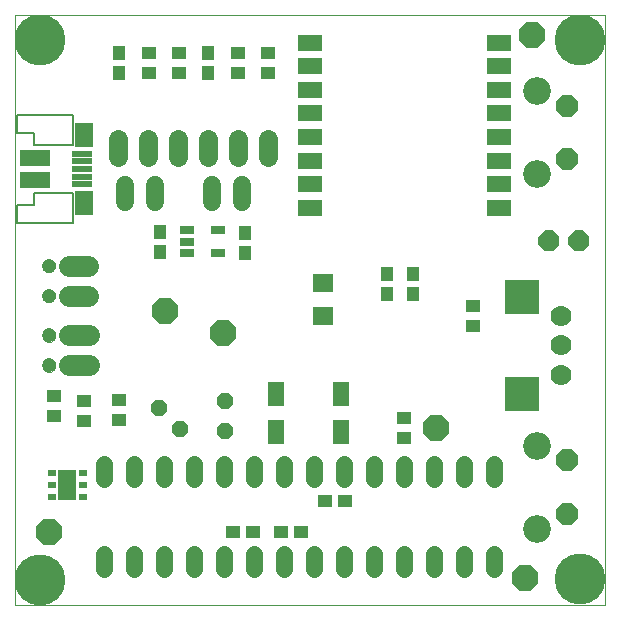
<source format=gbs>
G75*
%MOIN*%
%OFA0B0*%
%FSLAX24Y24*%
%IPPOS*%
%LPD*%
%AMOC8*
5,1,8,0,0,1.08239X$1,22.5*
%
%ADD10C,0.0000*%
%ADD11R,0.0670X0.0591*%
%ADD12R,0.0434X0.0473*%
%ADD13R,0.0473X0.0434*%
%ADD14R,0.0512X0.0257*%
%ADD15C,0.0560*%
%ADD16R,0.0552X0.0788*%
%ADD17R,0.0713X0.0197*%
%ADD18R,0.0615X0.0827*%
%ADD19R,0.1024X0.0581*%
%ADD20C,0.0050*%
%ADD21C,0.0600*%
%ADD22OC8,0.0700*%
%ADD23OC8,0.0890*%
%ADD24OC8,0.0740*%
%ADD25C,0.0925*%
%ADD26C,0.0700*%
%ADD27R,0.1142X0.1142*%
%ADD28C,0.0640*%
%ADD29C,0.0690*%
%ADD30C,0.0473*%
%ADD31OC8,0.0560*%
%ADD32R,0.0276X0.0197*%
%ADD33R,0.0631X0.0985*%
%ADD34R,0.0827X0.0552*%
%ADD35C,0.1700*%
D10*
X000350Y000350D02*
X000350Y020035D01*
X020035Y020035D01*
X020035Y000350D01*
X000350Y000350D01*
X001267Y008344D02*
X001269Y008373D01*
X001275Y008401D01*
X001284Y008429D01*
X001297Y008455D01*
X001314Y008478D01*
X001333Y008500D01*
X001355Y008519D01*
X001380Y008534D01*
X001406Y008547D01*
X001434Y008555D01*
X001462Y008560D01*
X001491Y008561D01*
X001520Y008558D01*
X001548Y008551D01*
X001575Y008541D01*
X001601Y008527D01*
X001624Y008510D01*
X001645Y008490D01*
X001663Y008467D01*
X001678Y008442D01*
X001689Y008415D01*
X001697Y008387D01*
X001701Y008358D01*
X001701Y008330D01*
X001697Y008301D01*
X001689Y008273D01*
X001678Y008246D01*
X001663Y008221D01*
X001645Y008198D01*
X001624Y008178D01*
X001601Y008161D01*
X001575Y008147D01*
X001548Y008137D01*
X001520Y008130D01*
X001491Y008127D01*
X001462Y008128D01*
X001434Y008133D01*
X001406Y008141D01*
X001380Y008154D01*
X001355Y008169D01*
X001333Y008188D01*
X001314Y008210D01*
X001297Y008233D01*
X001284Y008259D01*
X001275Y008287D01*
X001269Y008315D01*
X001267Y008344D01*
X001267Y009344D02*
X001269Y009373D01*
X001275Y009401D01*
X001284Y009429D01*
X001297Y009455D01*
X001314Y009478D01*
X001333Y009500D01*
X001355Y009519D01*
X001380Y009534D01*
X001406Y009547D01*
X001434Y009555D01*
X001462Y009560D01*
X001491Y009561D01*
X001520Y009558D01*
X001548Y009551D01*
X001575Y009541D01*
X001601Y009527D01*
X001624Y009510D01*
X001645Y009490D01*
X001663Y009467D01*
X001678Y009442D01*
X001689Y009415D01*
X001697Y009387D01*
X001701Y009358D01*
X001701Y009330D01*
X001697Y009301D01*
X001689Y009273D01*
X001678Y009246D01*
X001663Y009221D01*
X001645Y009198D01*
X001624Y009178D01*
X001601Y009161D01*
X001575Y009147D01*
X001548Y009137D01*
X001520Y009130D01*
X001491Y009127D01*
X001462Y009128D01*
X001434Y009133D01*
X001406Y009141D01*
X001380Y009154D01*
X001355Y009169D01*
X001333Y009188D01*
X001314Y009210D01*
X001297Y009233D01*
X001284Y009259D01*
X001275Y009287D01*
X001269Y009315D01*
X001267Y009344D01*
X001259Y010670D02*
X001261Y010699D01*
X001267Y010727D01*
X001276Y010755D01*
X001289Y010781D01*
X001306Y010804D01*
X001325Y010826D01*
X001347Y010845D01*
X001372Y010860D01*
X001398Y010873D01*
X001426Y010881D01*
X001454Y010886D01*
X001483Y010887D01*
X001512Y010884D01*
X001540Y010877D01*
X001567Y010867D01*
X001593Y010853D01*
X001616Y010836D01*
X001637Y010816D01*
X001655Y010793D01*
X001670Y010768D01*
X001681Y010741D01*
X001689Y010713D01*
X001693Y010684D01*
X001693Y010656D01*
X001689Y010627D01*
X001681Y010599D01*
X001670Y010572D01*
X001655Y010547D01*
X001637Y010524D01*
X001616Y010504D01*
X001593Y010487D01*
X001567Y010473D01*
X001540Y010463D01*
X001512Y010456D01*
X001483Y010453D01*
X001454Y010454D01*
X001426Y010459D01*
X001398Y010467D01*
X001372Y010480D01*
X001347Y010495D01*
X001325Y010514D01*
X001306Y010536D01*
X001289Y010559D01*
X001276Y010585D01*
X001267Y010613D01*
X001261Y010641D01*
X001259Y010670D01*
X001259Y011670D02*
X001261Y011699D01*
X001267Y011727D01*
X001276Y011755D01*
X001289Y011781D01*
X001306Y011804D01*
X001325Y011826D01*
X001347Y011845D01*
X001372Y011860D01*
X001398Y011873D01*
X001426Y011881D01*
X001454Y011886D01*
X001483Y011887D01*
X001512Y011884D01*
X001540Y011877D01*
X001567Y011867D01*
X001593Y011853D01*
X001616Y011836D01*
X001637Y011816D01*
X001655Y011793D01*
X001670Y011768D01*
X001681Y011741D01*
X001689Y011713D01*
X001693Y011684D01*
X001693Y011656D01*
X001689Y011627D01*
X001681Y011599D01*
X001670Y011572D01*
X001655Y011547D01*
X001637Y011524D01*
X001616Y011504D01*
X001593Y011487D01*
X001567Y011473D01*
X001540Y011463D01*
X001512Y011456D01*
X001483Y011453D01*
X001454Y011454D01*
X001426Y011459D01*
X001398Y011467D01*
X001372Y011480D01*
X001347Y011495D01*
X001325Y011514D01*
X001306Y011536D01*
X001289Y011559D01*
X001276Y011585D01*
X001267Y011613D01*
X001261Y011641D01*
X001259Y011670D01*
D11*
X010635Y011106D03*
X010635Y010003D03*
D12*
X012755Y010712D03*
X012755Y011381D03*
X013618Y011377D03*
X013618Y010708D03*
X008032Y012093D03*
X008032Y012762D03*
X005179Y012786D03*
X005179Y012117D03*
X003814Y018089D03*
X003814Y018758D03*
X006789Y018758D03*
X006789Y018089D03*
D13*
X007787Y018089D03*
X008807Y018089D03*
X008807Y018758D03*
X007787Y018758D03*
X005812Y018758D03*
X004812Y018758D03*
X004812Y018089D03*
X005812Y018089D03*
X015613Y010319D03*
X015613Y009650D03*
X013327Y006585D03*
X013327Y005916D03*
X011372Y003824D03*
X010703Y003824D03*
X009905Y002795D03*
X009236Y002795D03*
X008277Y002805D03*
X007608Y002805D03*
X003812Y006508D03*
X002669Y006501D03*
X001656Y006643D03*
X001656Y007312D03*
X002669Y007170D03*
X003812Y007177D03*
D14*
X006095Y012096D03*
X006095Y012470D03*
X006095Y012844D03*
X007119Y012844D03*
X007119Y012096D03*
D15*
X007317Y005065D02*
X007317Y004545D01*
X006317Y004545D02*
X006317Y005065D01*
X005317Y005065D02*
X005317Y004545D01*
X004317Y004545D02*
X004317Y005065D01*
X003317Y005065D02*
X003317Y004545D01*
X003317Y002065D02*
X003317Y001545D01*
X004317Y001545D02*
X004317Y002065D01*
X005317Y002065D02*
X005317Y001545D01*
X006317Y001545D02*
X006317Y002065D01*
X007317Y002065D02*
X007317Y001545D01*
X008317Y001545D02*
X008317Y002065D01*
X009317Y002065D02*
X009317Y001545D01*
X010317Y001545D02*
X010317Y002065D01*
X011317Y002065D02*
X011317Y001545D01*
X012317Y001545D02*
X012317Y002065D01*
X013317Y002065D02*
X013317Y001545D01*
X014317Y001545D02*
X014317Y002065D01*
X015317Y002065D02*
X015317Y001545D01*
X016317Y001545D02*
X016317Y002065D01*
X016317Y004545D02*
X016317Y005065D01*
X015317Y005065D02*
X015317Y004545D01*
X014317Y004545D02*
X014317Y005065D01*
X013317Y005065D02*
X013317Y004545D01*
X012317Y004545D02*
X012317Y005065D01*
X011317Y005065D02*
X011317Y004545D01*
X010317Y004545D02*
X010317Y005065D01*
X009317Y005065D02*
X009317Y004545D01*
X008317Y004545D02*
X008317Y005065D01*
D16*
X009049Y006125D03*
X011214Y006125D03*
X011214Y007385D03*
X009049Y007385D03*
D17*
X002598Y014382D03*
X002598Y014638D03*
X002598Y014894D03*
X002598Y015150D03*
X002598Y015406D03*
D18*
X002649Y016036D03*
X002649Y013752D03*
D19*
X001011Y014525D03*
X001011Y015263D03*
D20*
X000980Y015675D02*
X002287Y015675D01*
X002287Y016688D01*
X001267Y016688D01*
X001271Y016688D01*
X000440Y016688D01*
X000437Y016104D01*
X000980Y016104D01*
X000980Y015675D01*
X000980Y014107D02*
X002287Y014107D01*
X002287Y013093D01*
X001267Y013093D01*
X001267Y013092D01*
X000437Y013092D01*
X000437Y013677D01*
X000980Y013677D01*
X000980Y014107D01*
D21*
X004021Y014350D02*
X004021Y013790D01*
X005021Y013790D02*
X005021Y014350D01*
X006916Y014343D02*
X006916Y013783D01*
X007916Y013783D02*
X007916Y014343D01*
D22*
X018157Y012502D03*
X019157Y012502D03*
D23*
X014380Y006269D03*
X007280Y009422D03*
X005350Y010143D03*
X001486Y002777D03*
X017371Y001258D03*
X017600Y019350D03*
D24*
X018753Y016988D03*
X018753Y015208D03*
X018753Y005177D03*
X018753Y003397D03*
D25*
X017773Y002907D03*
X017773Y005667D03*
X017773Y014718D03*
X017773Y017478D03*
D26*
X018568Y009996D03*
X018568Y009011D03*
X018568Y008027D03*
D27*
X017268Y007397D03*
X017268Y010626D03*
D28*
X008804Y015289D02*
X008804Y015889D01*
X007804Y015889D02*
X007804Y015289D01*
X006804Y015289D02*
X006804Y015889D01*
X005804Y015889D02*
X005804Y015289D01*
X004804Y015289D02*
X004804Y015889D01*
X003804Y015889D02*
X003804Y015289D01*
D29*
X002801Y011670D02*
X002151Y011670D01*
X002151Y010670D02*
X002801Y010670D01*
X002809Y009344D02*
X002160Y009344D01*
X002160Y008344D02*
X002809Y008344D01*
D30*
X001484Y008344D03*
X001484Y009344D03*
X001476Y010670D03*
X001476Y011670D03*
D31*
X007351Y007170D03*
X007351Y006170D03*
X005853Y006230D03*
X005153Y006930D03*
D32*
X002612Y004744D03*
X002612Y004350D03*
X002612Y003956D03*
X001588Y003956D03*
X001588Y004350D03*
X001588Y004744D03*
D33*
X002100Y004350D03*
D34*
X010200Y013594D03*
X010200Y014381D03*
X010200Y015169D03*
X010200Y015956D03*
X010200Y016744D03*
X010200Y017531D03*
X010200Y018319D03*
X010200Y019106D03*
X016500Y019106D03*
X016500Y018319D03*
X016500Y017531D03*
X016500Y016744D03*
X016500Y015956D03*
X016500Y015169D03*
X016500Y014381D03*
X016500Y013594D03*
D35*
X019182Y019177D03*
X001201Y019175D03*
X001200Y001200D03*
X019179Y001212D03*
M02*

</source>
